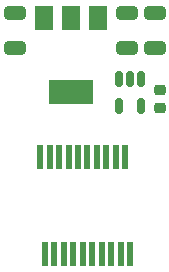
<source format=gtp>
G04 #@! TF.GenerationSoftware,KiCad,Pcbnew,7.0.8*
G04 #@! TF.CreationDate,2023-10-08T00:05:14-04:00*
G04 #@! TF.ProjectId,sfp-snoop,7366702d-736e-46f6-9f70-2e6b69636164,rev?*
G04 #@! TF.SameCoordinates,Original*
G04 #@! TF.FileFunction,Paste,Top*
G04 #@! TF.FilePolarity,Positive*
%FSLAX46Y46*%
G04 Gerber Fmt 4.6, Leading zero omitted, Abs format (unit mm)*
G04 Created by KiCad (PCBNEW 7.0.8) date 2023-10-08 00:05:14*
%MOMM*%
%LPD*%
G01*
G04 APERTURE LIST*
G04 Aperture macros list*
%AMRoundRect*
0 Rectangle with rounded corners*
0 $1 Rounding radius*
0 $2 $3 $4 $5 $6 $7 $8 $9 X,Y pos of 4 corners*
0 Add a 4 corners polygon primitive as box body*
4,1,4,$2,$3,$4,$5,$6,$7,$8,$9,$2,$3,0*
0 Add four circle primitives for the rounded corners*
1,1,$1+$1,$2,$3*
1,1,$1+$1,$4,$5*
1,1,$1+$1,$6,$7*
1,1,$1+$1,$8,$9*
0 Add four rect primitives between the rounded corners*
20,1,$1+$1,$2,$3,$4,$5,0*
20,1,$1+$1,$4,$5,$6,$7,0*
20,1,$1+$1,$6,$7,$8,$9,0*
20,1,$1+$1,$8,$9,$2,$3,0*%
G04 Aperture macros list end*
%ADD10RoundRect,0.225000X0.250000X-0.225000X0.250000X0.225000X-0.250000X0.225000X-0.250000X-0.225000X0*%
%ADD11R,0.500000X2.000000*%
%ADD12RoundRect,0.250000X-0.650000X0.325000X-0.650000X-0.325000X0.650000X-0.325000X0.650000X0.325000X0*%
%ADD13RoundRect,0.150000X-0.150000X0.512500X-0.150000X-0.512500X0.150000X-0.512500X0.150000X0.512500X0*%
%ADD14RoundRect,0.250000X0.650000X-0.325000X0.650000X0.325000X-0.650000X0.325000X-0.650000X-0.325000X0*%
%ADD15R,1.500000X2.000000*%
%ADD16R,3.800000X2.000000*%
G04 APERTURE END LIST*
D10*
X144729200Y-71158400D03*
X144729200Y-69608400D03*
D11*
X135025000Y-83475000D03*
X135825000Y-83475000D03*
X136625000Y-83475000D03*
X137425000Y-83475000D03*
X138225000Y-83475000D03*
X139025000Y-83475000D03*
X139825000Y-83475000D03*
X140625000Y-83475000D03*
X141425000Y-83475000D03*
X142225000Y-83475000D03*
X141825000Y-75275000D03*
X141025000Y-75275000D03*
X140225000Y-75275000D03*
X139425000Y-75275000D03*
X138625000Y-75275000D03*
X137825000Y-75275000D03*
X137025000Y-75275000D03*
X136225000Y-75275000D03*
X135425000Y-75275000D03*
X134625000Y-75275000D03*
D12*
X142010000Y-63095000D03*
X142010000Y-66045000D03*
X132460000Y-63095000D03*
X132460000Y-66045000D03*
D13*
X143190000Y-68687100D03*
X142240000Y-68687100D03*
X141290000Y-68687100D03*
X141290000Y-70962100D03*
X143190000Y-70962100D03*
D14*
X144340000Y-66045000D03*
X144340000Y-63095000D03*
D15*
X139525000Y-63520000D03*
X137225000Y-63520000D03*
D16*
X137225000Y-69820000D03*
D15*
X134925000Y-63520000D03*
M02*

</source>
